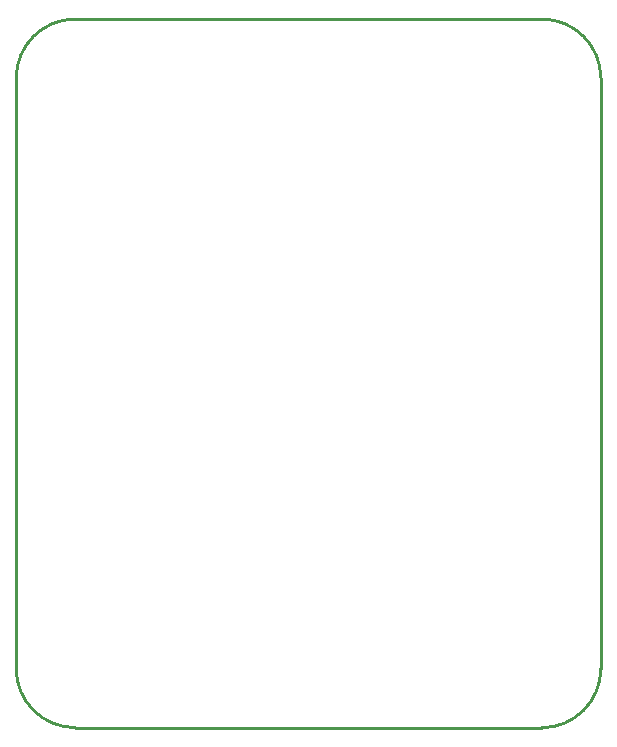
<source format=gko>
G04 Layer: BoardOutlineLayer*
G04 EasyEDA Pro v2.2.27.1, 2024-09-03 10:08:37*
G04 Gerber Generator version 0.3*
G04 Scale: 100 percent, Rotated: No, Reflected: No*
G04 Dimensions in millimeters*
G04 Leading zeros omitted, absolute positions, 3 integers and 5 decimals*
%FSLAX35Y35*%
%MOMM*%
%ADD10C,0.254*%
G75*


G04 PolygonModel Start*
G54D10*
G01X499282Y718D02*
G02X0Y500000I0J499282D01*
G01X0Y5500000D01*
G02X500000Y6000000I500000J0D01*
G01X4450000Y6000000D01*
G02X4950000Y5500000I0J-500000D01*
G01X4950000Y500000D01*
G02X4450000Y0I-500000J0D01*
G01X500000Y0D01*
G01X499282Y718D01*

M02*


</source>
